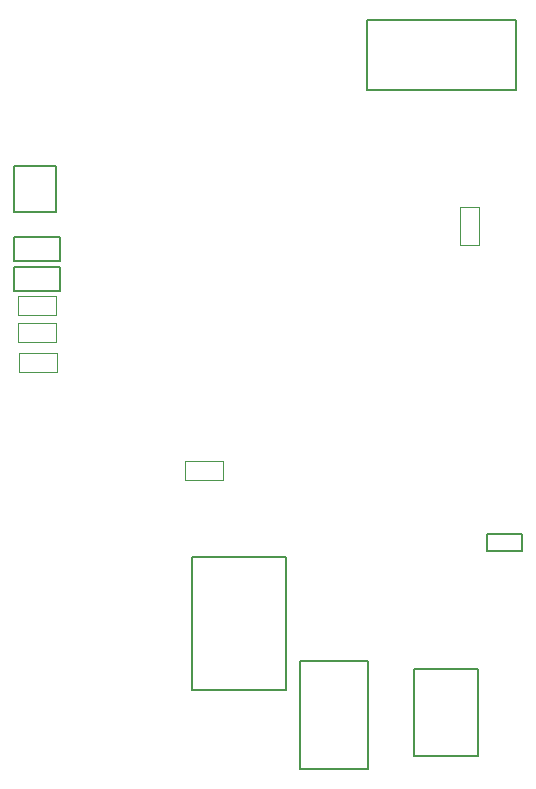
<source format=gbr>
G04*
G04 #@! TF.GenerationSoftware,Altium Limited,Altium Designer,24.4.1 (13)*
G04*
G04 Layer_Color=1930808*
%FSLAX44Y44*%
%MOMM*%
G71*
G04*
G04 #@! TF.SameCoordinates,35E0C0FB-C19D-4D04-833B-EC0655963EBE*
G04*
G04*
G04 #@! TF.FilePolarity,Positive*
G04*
G01*
G75*
%ADD10C,0.2000*%
%ADD61C,0.0508*%
D10*
X442409Y334339D02*
Y348921D01*
Y334339D02*
X471991D01*
Y348921D01*
X442409D02*
X471991D01*
X380670Y161089D02*
X434670D01*
Y235151D01*
X380670D02*
X434670D01*
X380670Y161089D02*
Y235151D01*
X283795Y241101D02*
X341045D01*
X283795Y150059D02*
Y241101D01*
Y150059D02*
X341045D01*
Y241101D01*
X192410Y216850D02*
X272410D01*
Y329250D01*
X192410D02*
X272410D01*
X192410Y216850D02*
Y329250D01*
X41940Y660850D02*
X77440D01*
X41940Y621850D02*
Y660850D01*
Y621850D02*
X77440D01*
Y660850D01*
X80251Y580259D02*
Y600841D01*
X41669D02*
X80251D01*
X41669Y580259D02*
Y600841D01*
Y580259D02*
X80251D01*
Y554859D02*
Y575441D01*
X41669D02*
X80251D01*
X41669Y554859D02*
Y575441D01*
Y554859D02*
X80251D01*
X340660Y724800D02*
Y784300D01*
Y724800D02*
X466660D01*
Y784300D01*
X340660D02*
X466660D01*
D61*
X76960Y511430D02*
Y527430D01*
X44960Y511430D02*
X76960D01*
X44960D02*
Y527430D01*
X76960D01*
X186320Y410590D02*
X218320D01*
X186320Y394590D02*
Y410590D01*
Y394590D02*
X218320D01*
Y410590D01*
X419301Y593800D02*
X435301D01*
X419301D02*
Y625800D01*
X435301D01*
Y593800D02*
Y625800D01*
X46230Y502030D02*
X78230D01*
X46230Y486030D02*
Y502030D01*
Y486030D02*
X78230D01*
Y502030D01*
X76960Y534290D02*
Y550290D01*
X44960Y534290D02*
X76960D01*
X44960D02*
Y550290D01*
X76960D01*
M02*

</source>
